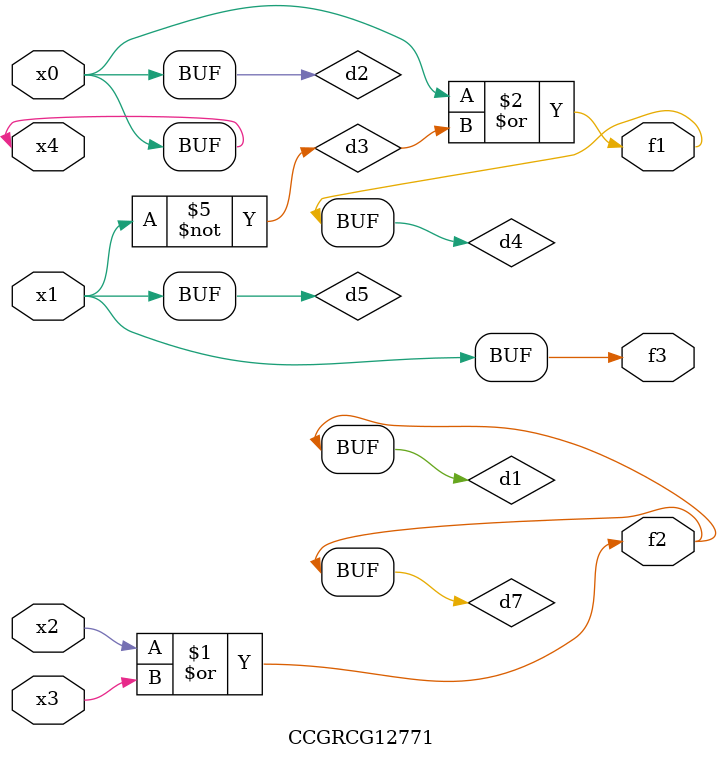
<source format=v>
module CCGRCG12771(
	input x0, x1, x2, x3, x4,
	output f1, f2, f3
);

	wire d1, d2, d3, d4, d5, d6, d7;

	or (d1, x2, x3);
	buf (d2, x0, x4);
	not (d3, x1);
	or (d4, d2, d3);
	not (d5, d3);
	nand (d6, d1, d3);
	or (d7, d1);
	assign f1 = d4;
	assign f2 = d7;
	assign f3 = d5;
endmodule

</source>
